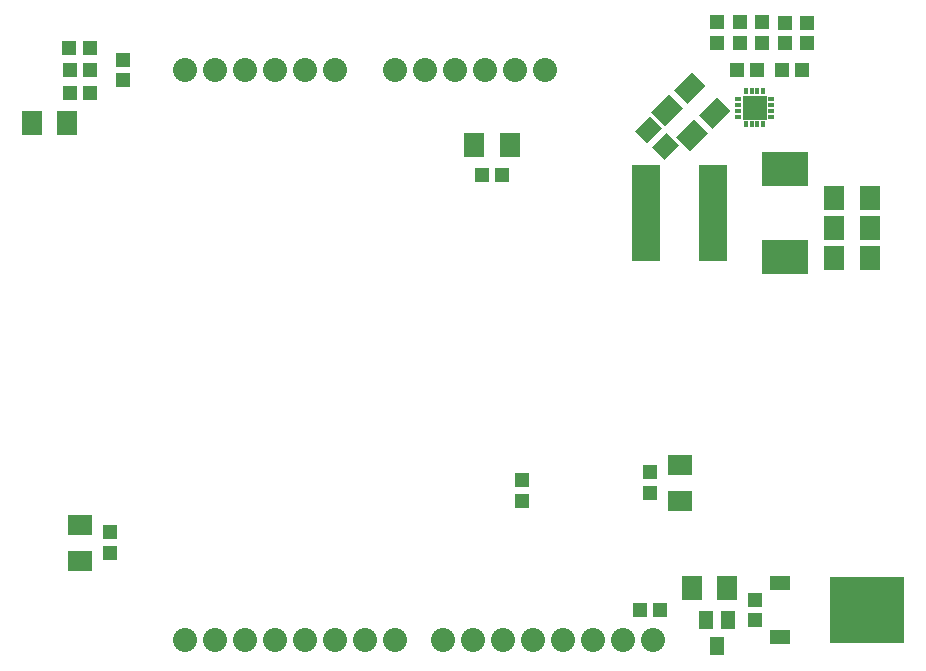
<source format=gbs>
G75*
%MOIN*%
%OFA0B0*%
%FSLAX24Y24*%
%IPPOS*%
%LPD*%
%AMOC8*
5,1,8,0,0,1.08239X$1,22.5*
%
%ADD10R,0.0926X0.3210*%
%ADD11R,0.0787X0.0787*%
%ADD12R,0.0217X0.0138*%
%ADD13R,0.0138X0.0217*%
%ADD14R,0.1556X0.1162*%
%ADD15R,0.0493X0.0454*%
%ADD16R,0.0572X0.0690*%
%ADD17R,0.0651X0.0847*%
%ADD18R,0.0454X0.0493*%
%ADD19R,0.0485X0.0473*%
%ADD20R,0.0454X0.0611*%
%ADD21R,0.2501X0.2186*%
%ADD22R,0.0690X0.0454*%
%ADD23R,0.0473X0.0485*%
%ADD24R,0.0847X0.0651*%
%ADD25C,0.0800*%
D10*
X022028Y019143D03*
X024272Y019143D03*
D11*
X025650Y022643D03*
D12*
X025099Y022545D03*
X025099Y022742D03*
X025099Y022939D03*
X025099Y022348D03*
X026201Y022348D03*
X026201Y022545D03*
X026201Y022742D03*
X026201Y022939D03*
D13*
X025945Y023194D03*
X025748Y023194D03*
X025552Y023194D03*
X025355Y023194D03*
X025355Y022092D03*
X025552Y022092D03*
X025748Y022092D03*
X025945Y022092D03*
D14*
X026650Y020600D03*
X026650Y017687D03*
D15*
X026650Y024809D03*
X026650Y025478D03*
X027400Y025478D03*
X027400Y024809D03*
X025650Y006228D03*
X025650Y005559D03*
X004585Y023559D03*
X004585Y024228D03*
D16*
G36*
X022163Y022368D02*
X022568Y021963D01*
X022081Y021476D01*
X021676Y021881D01*
X022163Y022368D01*
G37*
G36*
X022719Y021811D02*
X023124Y021406D01*
X022637Y020919D01*
X022232Y021324D01*
X022719Y021811D01*
G37*
D17*
G36*
X022801Y023089D02*
X023260Y022630D01*
X022663Y022033D01*
X022204Y022492D01*
X022801Y023089D01*
G37*
G36*
X023551Y023839D02*
X024010Y023380D01*
X023413Y022783D01*
X022954Y023242D01*
X023551Y023839D01*
G37*
G36*
X024387Y023004D02*
X024846Y022545D01*
X024249Y021948D01*
X023790Y022407D01*
X024387Y023004D01*
G37*
G36*
X023637Y022254D02*
X024096Y021795D01*
X023499Y021198D01*
X023040Y021657D01*
X023637Y022254D01*
G37*
X028309Y019643D03*
X028309Y018643D03*
X028309Y017643D03*
X029491Y017643D03*
X029491Y018643D03*
X029491Y019643D03*
X024741Y006643D03*
X023559Y006643D03*
X017491Y021393D03*
X016309Y021393D03*
X002741Y022143D03*
X001559Y022143D03*
D18*
X002815Y023143D03*
X002815Y023893D03*
X003485Y023893D03*
X003485Y023143D03*
X021815Y005893D03*
X022485Y005893D03*
X025065Y023893D03*
X025735Y023893D03*
X026565Y023893D03*
X027235Y023893D03*
D19*
X025900Y024799D03*
X025900Y025488D03*
X025150Y025488D03*
X025150Y024799D03*
X024400Y024799D03*
X024400Y025488D03*
X022150Y010488D03*
X022150Y009799D03*
X017900Y009549D03*
X017900Y010238D03*
X004150Y008488D03*
X004150Y007799D03*
D20*
X024026Y005576D03*
X024774Y005576D03*
X024400Y004710D03*
D21*
X029384Y005893D03*
D22*
X026510Y004996D03*
X026510Y006791D03*
D23*
X017244Y020393D03*
X016556Y020393D03*
X003494Y024643D03*
X002806Y024643D03*
D24*
X003150Y008734D03*
X003150Y007553D03*
X023150Y009553D03*
X023150Y010734D03*
D25*
X006650Y004893D03*
X007650Y004893D03*
X008650Y004893D03*
X009650Y004893D03*
X010650Y004893D03*
X011650Y004893D03*
X012650Y004893D03*
X013650Y004893D03*
X015250Y004893D03*
X016250Y004893D03*
X017250Y004893D03*
X018250Y004893D03*
X019250Y004893D03*
X020250Y004893D03*
X021250Y004893D03*
X022250Y004893D03*
X018650Y023893D03*
X017650Y023893D03*
X016650Y023893D03*
X015650Y023893D03*
X014650Y023893D03*
X013650Y023893D03*
X011650Y023893D03*
X010650Y023893D03*
X009650Y023893D03*
X008650Y023893D03*
X007650Y023893D03*
X006650Y023893D03*
M02*

</source>
